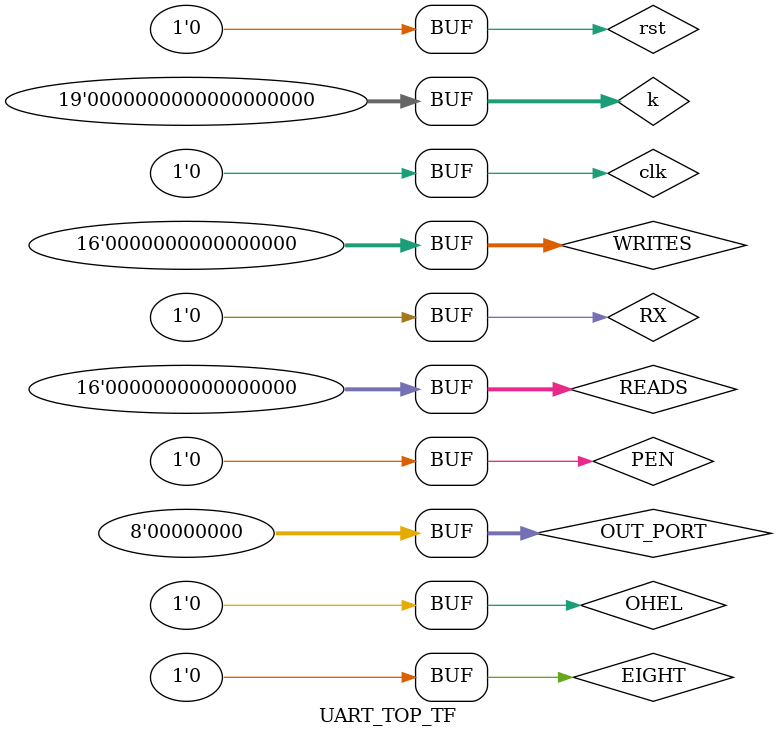
<source format=v>
`timescale 1ns / 1ps


module UART_TOP_TF;

	// Inputs
	reg clk;
	reg rst;
	reg EIGHT;
	reg PEN;
	reg OHEL;
	reg RX;
	reg [18:0] k;
	reg [15:0] READS;
	reg [15:0] WRITES;
	reg [7:0] OUT_PORT;

	// Outputs
	wire TX;
	wire [7:0] IN_PORT;
	wire PED_OUT;

	// Instantiate the Unit Under Test (UUT)
	UART_Top uut (
		.clk(clk), 
		.rst(rst), 
		.EIGHT(EIGHT), 
		.PEN(PEN), 
		.OHEL(OHEL), 
		.RX(RX), 
		.k(k), 
		.READS(READS), 
		.WRITES(WRITES), 
		.OUT_PORT(OUT_PORT), 
		.TX(TX), 
		.IN_PORT(IN_PORT), 
		.PED_OUT(PED_OUT)
	);

	initial begin
		// Initialize Inputs
		clk = 0;
		rst = 0;
		EIGHT = 0;
		PEN = 0;
		OHEL = 0;
		RX = 0;
		k = 0;
		READS = 0;
		WRITES = 0;
		OUT_PORT = 0;

		// Wait 100 ns for global reset to finish
		#100;
        
		// Add stimulus here

	end
      
endmodule


</source>
